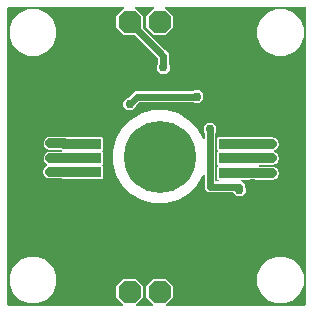
<source format=gbl>
G04 EAGLE Gerber RS-274X export*
G75*
%MOMM*%
%FSLAX34Y34*%
%LPD*%
%INBottom Copper*%
%IPPOS*%
%AMOC8*
5,1,8,0,0,1.08239X$1,22.5*%
G01*
%ADD10C,6.096000*%
%ADD11R,2.540000X0.889000*%
%ADD12P,2.089446X8X22.500000*%
%ADD13C,0.754000*%
%ADD14C,0.812800*%
%ADD15C,0.609600*%

G36*
X101298Y3822D02*
X101298Y3822D01*
X101370Y3824D01*
X101419Y3842D01*
X101470Y3850D01*
X101533Y3884D01*
X101601Y3909D01*
X101641Y3941D01*
X101687Y3966D01*
X101737Y4018D01*
X101793Y4062D01*
X101821Y4106D01*
X101857Y4144D01*
X101887Y4209D01*
X101926Y4269D01*
X101938Y4320D01*
X101960Y4367D01*
X101968Y4438D01*
X101986Y4508D01*
X101982Y4560D01*
X101987Y4611D01*
X101972Y4682D01*
X101967Y4753D01*
X101946Y4801D01*
X101935Y4852D01*
X101898Y4913D01*
X101870Y4979D01*
X101826Y5035D01*
X101809Y5063D01*
X101791Y5078D01*
X101765Y5110D01*
X96011Y10864D01*
X96011Y20124D01*
X102558Y26671D01*
X111818Y26671D01*
X118365Y20124D01*
X118365Y10864D01*
X112611Y5110D01*
X112569Y5052D01*
X112519Y5000D01*
X112497Y4953D01*
X112467Y4911D01*
X112446Y4842D01*
X112416Y4777D01*
X112410Y4725D01*
X112395Y4675D01*
X112396Y4604D01*
X112389Y4533D01*
X112400Y4482D01*
X112401Y4430D01*
X112426Y4362D01*
X112441Y4292D01*
X112468Y4247D01*
X112485Y4199D01*
X112530Y4143D01*
X112567Y4081D01*
X112607Y4047D01*
X112639Y4007D01*
X112699Y3968D01*
X112754Y3921D01*
X112802Y3902D01*
X112846Y3874D01*
X112916Y3856D01*
X112982Y3829D01*
X113053Y3821D01*
X113085Y3813D01*
X113108Y3815D01*
X113149Y3811D01*
X126627Y3811D01*
X126698Y3822D01*
X126770Y3824D01*
X126819Y3842D01*
X126870Y3850D01*
X126933Y3884D01*
X127001Y3909D01*
X127041Y3941D01*
X127087Y3966D01*
X127137Y4018D01*
X127193Y4062D01*
X127221Y4106D01*
X127257Y4144D01*
X127287Y4209D01*
X127326Y4269D01*
X127338Y4320D01*
X127360Y4367D01*
X127368Y4438D01*
X127386Y4508D01*
X127382Y4560D01*
X127387Y4611D01*
X127372Y4682D01*
X127367Y4753D01*
X127346Y4801D01*
X127335Y4852D01*
X127298Y4913D01*
X127270Y4979D01*
X127226Y5035D01*
X127209Y5063D01*
X127191Y5078D01*
X127165Y5110D01*
X121411Y10864D01*
X121411Y20124D01*
X127958Y26671D01*
X137218Y26671D01*
X143765Y20124D01*
X143765Y10864D01*
X138011Y5110D01*
X137969Y5052D01*
X137919Y5000D01*
X137897Y4953D01*
X137867Y4911D01*
X137846Y4842D01*
X137816Y4777D01*
X137810Y4725D01*
X137795Y4675D01*
X137796Y4604D01*
X137789Y4533D01*
X137800Y4482D01*
X137801Y4430D01*
X137826Y4362D01*
X137841Y4292D01*
X137868Y4247D01*
X137885Y4199D01*
X137930Y4143D01*
X137967Y4081D01*
X138007Y4047D01*
X138039Y4007D01*
X138099Y3968D01*
X138154Y3921D01*
X138202Y3902D01*
X138246Y3874D01*
X138316Y3856D01*
X138382Y3829D01*
X138453Y3821D01*
X138485Y3813D01*
X138508Y3815D01*
X138549Y3811D01*
X255778Y3811D01*
X255798Y3814D01*
X255817Y3812D01*
X255919Y3834D01*
X256021Y3850D01*
X256038Y3860D01*
X256058Y3864D01*
X256147Y3917D01*
X256238Y3966D01*
X256252Y3980D01*
X256269Y3990D01*
X256336Y4069D01*
X256408Y4144D01*
X256416Y4162D01*
X256429Y4177D01*
X256468Y4273D01*
X256511Y4367D01*
X256513Y4387D01*
X256521Y4405D01*
X256539Y4572D01*
X256539Y255778D01*
X256536Y255798D01*
X256538Y255817D01*
X256516Y255919D01*
X256500Y256021D01*
X256490Y256038D01*
X256486Y256058D01*
X256433Y256147D01*
X256384Y256238D01*
X256370Y256252D01*
X256360Y256269D01*
X256281Y256336D01*
X256206Y256408D01*
X256188Y256416D01*
X256173Y256429D01*
X256077Y256468D01*
X255983Y256511D01*
X255963Y256513D01*
X255945Y256521D01*
X255778Y256539D01*
X137787Y256539D01*
X137716Y256528D01*
X137644Y256526D01*
X137595Y256508D01*
X137544Y256500D01*
X137481Y256466D01*
X137413Y256441D01*
X137373Y256409D01*
X137327Y256384D01*
X137277Y256332D01*
X137221Y256288D01*
X137193Y256244D01*
X137157Y256206D01*
X137127Y256141D01*
X137088Y256081D01*
X137076Y256030D01*
X137054Y255983D01*
X137046Y255912D01*
X137028Y255842D01*
X137032Y255790D01*
X137027Y255739D01*
X137042Y255668D01*
X137047Y255597D01*
X137068Y255549D01*
X137079Y255498D01*
X137116Y255436D01*
X137144Y255371D01*
X137188Y255315D01*
X137205Y255287D01*
X137223Y255272D01*
X137249Y255240D01*
X143765Y248724D01*
X143765Y239464D01*
X137218Y232917D01*
X127958Y232917D01*
X121411Y239464D01*
X121411Y248724D01*
X127927Y255240D01*
X127969Y255298D01*
X128019Y255350D01*
X128041Y255397D01*
X128071Y255439D01*
X128092Y255508D01*
X128122Y255573D01*
X128128Y255625D01*
X128143Y255675D01*
X128142Y255746D01*
X128149Y255817D01*
X128138Y255868D01*
X128137Y255920D01*
X128112Y255988D01*
X128097Y256058D01*
X128070Y256103D01*
X128053Y256151D01*
X128008Y256207D01*
X127971Y256269D01*
X127931Y256303D01*
X127899Y256343D01*
X127839Y256382D01*
X127784Y256429D01*
X127736Y256448D01*
X127692Y256476D01*
X127622Y256494D01*
X127556Y256521D01*
X127485Y256529D01*
X127453Y256537D01*
X127430Y256535D01*
X127389Y256539D01*
X112387Y256539D01*
X112316Y256528D01*
X112244Y256526D01*
X112195Y256508D01*
X112144Y256500D01*
X112081Y256466D01*
X112013Y256441D01*
X111973Y256409D01*
X111927Y256384D01*
X111877Y256332D01*
X111821Y256288D01*
X111793Y256244D01*
X111757Y256206D01*
X111727Y256141D01*
X111688Y256081D01*
X111676Y256030D01*
X111654Y255983D01*
X111646Y255912D01*
X111628Y255842D01*
X111632Y255790D01*
X111627Y255739D01*
X111642Y255668D01*
X111647Y255597D01*
X111668Y255549D01*
X111679Y255498D01*
X111716Y255436D01*
X111744Y255371D01*
X111788Y255315D01*
X111805Y255287D01*
X111823Y255272D01*
X111849Y255240D01*
X118365Y248724D01*
X118365Y239699D01*
X118379Y239609D01*
X118387Y239518D01*
X118399Y239489D01*
X118404Y239457D01*
X118447Y239376D01*
X118483Y239292D01*
X118509Y239260D01*
X118520Y239239D01*
X118543Y239217D01*
X118588Y239161D01*
X137561Y220188D01*
X140463Y217286D01*
X140463Y208716D01*
X140477Y208626D01*
X140485Y208535D01*
X140497Y208506D01*
X140502Y208474D01*
X140545Y208393D01*
X140581Y208309D01*
X140607Y208277D01*
X140618Y208256D01*
X140641Y208234D01*
X140686Y208178D01*
X141185Y207679D01*
X141185Y203293D01*
X138083Y200191D01*
X133697Y200191D01*
X130595Y203293D01*
X130595Y207679D01*
X131094Y208178D01*
X131147Y208252D01*
X131207Y208322D01*
X131219Y208352D01*
X131238Y208378D01*
X131265Y208465D01*
X131299Y208550D01*
X131303Y208591D01*
X131310Y208613D01*
X131309Y208645D01*
X131317Y208716D01*
X131317Y213183D01*
X131316Y213191D01*
X131316Y213194D01*
X131313Y213209D01*
X131303Y213273D01*
X131295Y213364D01*
X131283Y213393D01*
X131278Y213425D01*
X131235Y213506D01*
X131199Y213590D01*
X131173Y213622D01*
X131162Y213643D01*
X131139Y213665D01*
X131094Y213721D01*
X112121Y232694D01*
X112047Y232747D01*
X111977Y232807D01*
X111947Y232819D01*
X111921Y232838D01*
X111834Y232865D01*
X111749Y232899D01*
X111708Y232903D01*
X111686Y232910D01*
X111654Y232909D01*
X111583Y232917D01*
X102558Y232917D01*
X96011Y239464D01*
X96011Y248724D01*
X102527Y255240D01*
X102569Y255298D01*
X102619Y255350D01*
X102641Y255397D01*
X102671Y255439D01*
X102692Y255508D01*
X102722Y255573D01*
X102728Y255625D01*
X102743Y255675D01*
X102742Y255746D01*
X102749Y255817D01*
X102738Y255868D01*
X102737Y255920D01*
X102712Y255988D01*
X102697Y256058D01*
X102670Y256103D01*
X102653Y256151D01*
X102608Y256207D01*
X102571Y256269D01*
X102531Y256303D01*
X102499Y256343D01*
X102439Y256382D01*
X102384Y256429D01*
X102336Y256448D01*
X102292Y256476D01*
X102222Y256494D01*
X102156Y256521D01*
X102085Y256529D01*
X102053Y256537D01*
X102030Y256535D01*
X101989Y256539D01*
X4572Y256539D01*
X4552Y256536D01*
X4533Y256538D01*
X4431Y256516D01*
X4329Y256500D01*
X4312Y256490D01*
X4292Y256486D01*
X4203Y256433D01*
X4112Y256384D01*
X4098Y256370D01*
X4081Y256360D01*
X4014Y256281D01*
X3942Y256206D01*
X3934Y256188D01*
X3921Y256173D01*
X3882Y256077D01*
X3839Y255983D01*
X3837Y255963D01*
X3829Y255945D01*
X3811Y255778D01*
X3811Y4572D01*
X3814Y4552D01*
X3812Y4533D01*
X3834Y4431D01*
X3850Y4329D01*
X3860Y4312D01*
X3864Y4292D01*
X3917Y4203D01*
X3966Y4112D01*
X3980Y4098D01*
X3990Y4081D01*
X4069Y4014D01*
X4144Y3942D01*
X4162Y3934D01*
X4177Y3921D01*
X4273Y3882D01*
X4367Y3839D01*
X4387Y3837D01*
X4405Y3829D01*
X4572Y3811D01*
X101227Y3811D01*
X101298Y3822D01*
G37*
%LPC*%
G36*
X127405Y90423D02*
X127405Y90423D01*
X117391Y93106D01*
X108414Y98290D01*
X101084Y105620D01*
X95900Y114597D01*
X93217Y124611D01*
X93217Y134977D01*
X95900Y144991D01*
X101084Y153968D01*
X108414Y161298D01*
X117391Y166482D01*
X127405Y169165D01*
X137771Y169165D01*
X147785Y166482D01*
X156762Y161298D01*
X164092Y153968D01*
X169267Y145006D01*
X169297Y144969D01*
X169320Y144926D01*
X169375Y144874D01*
X169423Y144816D01*
X169463Y144790D01*
X169498Y144757D01*
X169567Y144725D01*
X169631Y144685D01*
X169678Y144674D01*
X169721Y144653D01*
X169796Y144645D01*
X169870Y144627D01*
X169918Y144632D01*
X169965Y144626D01*
X170040Y144642D01*
X170115Y144649D01*
X170159Y144668D01*
X170206Y144679D01*
X170271Y144717D01*
X170340Y144748D01*
X170376Y144780D01*
X170417Y144805D01*
X170466Y144862D01*
X170522Y144913D01*
X170546Y144955D01*
X170577Y144992D01*
X170605Y145062D01*
X170642Y145128D01*
X170651Y145175D01*
X170669Y145220D01*
X170683Y145348D01*
X170687Y145370D01*
X170686Y145377D01*
X170687Y145387D01*
X170687Y149678D01*
X170673Y149768D01*
X170665Y149859D01*
X170653Y149888D01*
X170648Y149920D01*
X170605Y150001D01*
X170569Y150085D01*
X170543Y150117D01*
X170532Y150138D01*
X170509Y150160D01*
X170464Y150216D01*
X169965Y150715D01*
X169965Y155101D01*
X173067Y158203D01*
X177453Y158203D01*
X180555Y155101D01*
X180555Y150715D01*
X180056Y150216D01*
X180003Y150142D01*
X179943Y150072D01*
X179931Y150042D01*
X179912Y150016D01*
X179885Y149929D01*
X179851Y149844D01*
X179847Y149803D01*
X179840Y149781D01*
X179841Y149749D01*
X179833Y149678D01*
X179833Y109854D01*
X179836Y109834D01*
X179834Y109815D01*
X179856Y109713D01*
X179872Y109611D01*
X179882Y109594D01*
X179886Y109574D01*
X179939Y109485D01*
X179988Y109394D01*
X180002Y109380D01*
X180012Y109363D01*
X180091Y109296D01*
X180166Y109225D01*
X180184Y109216D01*
X180199Y109203D01*
X180295Y109164D01*
X180389Y109121D01*
X180409Y109119D01*
X180427Y109111D01*
X180594Y109093D01*
X181934Y109093D01*
X182005Y109104D01*
X182076Y109106D01*
X182125Y109124D01*
X182177Y109133D01*
X182240Y109166D01*
X182307Y109191D01*
X182348Y109223D01*
X182394Y109248D01*
X182444Y109300D01*
X182500Y109344D01*
X182528Y109388D01*
X182564Y109426D01*
X182594Y109491D01*
X182633Y109551D01*
X182645Y109602D01*
X182667Y109649D01*
X182675Y109720D01*
X182693Y109790D01*
X182689Y109842D01*
X182694Y109894D01*
X182679Y109964D01*
X182673Y110035D01*
X182653Y110083D01*
X182642Y110134D01*
X182605Y110196D01*
X182577Y110261D01*
X182532Y110317D01*
X182516Y110345D01*
X182498Y110360D01*
X182472Y110392D01*
X181609Y111255D01*
X181609Y121409D01*
X182090Y121890D01*
X182102Y121906D01*
X182118Y121918D01*
X182174Y122005D01*
X182234Y122089D01*
X182240Y122108D01*
X182251Y122125D01*
X182276Y122226D01*
X182306Y122325D01*
X182306Y122344D01*
X182311Y122364D01*
X182303Y122467D01*
X182300Y122570D01*
X182293Y122589D01*
X182292Y122609D01*
X182251Y122704D01*
X182216Y122801D01*
X182203Y122817D01*
X182195Y122835D01*
X182090Y122966D01*
X181355Y123701D01*
X181355Y133855D01*
X181709Y134209D01*
X181721Y134225D01*
X181737Y134237D01*
X181765Y134281D01*
X181799Y134318D01*
X181821Y134364D01*
X181853Y134408D01*
X181859Y134427D01*
X181870Y134444D01*
X181883Y134498D01*
X181903Y134541D01*
X181908Y134588D01*
X181925Y134644D01*
X181925Y134663D01*
X181930Y134683D01*
X181925Y134741D01*
X181930Y134785D01*
X181921Y134829D01*
X181919Y134889D01*
X181912Y134908D01*
X181911Y134928D01*
X181887Y134983D01*
X181878Y135026D01*
X181856Y135063D01*
X181835Y135120D01*
X181822Y135136D01*
X181814Y135154D01*
X181762Y135220D01*
X181752Y135237D01*
X181741Y135246D01*
X181709Y135285D01*
X181355Y135639D01*
X181355Y145793D01*
X182248Y146686D01*
X208912Y146686D01*
X209070Y146528D01*
X209144Y146475D01*
X209213Y146415D01*
X209243Y146403D01*
X209269Y146384D01*
X209356Y146357D01*
X209441Y146323D01*
X209482Y146319D01*
X209504Y146312D01*
X209537Y146313D01*
X209608Y146305D01*
X228950Y146305D01*
X229520Y146069D01*
X229583Y146054D01*
X229644Y146029D01*
X229727Y146020D01*
X229759Y146013D01*
X229778Y146014D01*
X229811Y146011D01*
X230031Y146011D01*
X230187Y145855D01*
X230240Y145817D01*
X230287Y145771D01*
X230360Y145731D01*
X230387Y145711D01*
X230405Y145706D01*
X230434Y145690D01*
X231004Y145454D01*
X232576Y143882D01*
X232812Y143312D01*
X232847Y143256D01*
X232872Y143196D01*
X232924Y143131D01*
X232942Y143103D01*
X232957Y143090D01*
X232977Y143065D01*
X233133Y142909D01*
X233133Y142689D01*
X233143Y142624D01*
X233144Y142559D01*
X233167Y142479D01*
X233172Y142446D01*
X233182Y142429D01*
X233191Y142398D01*
X233427Y141828D01*
X233427Y139604D01*
X233191Y139034D01*
X233176Y138971D01*
X233151Y138910D01*
X233142Y138827D01*
X233135Y138795D01*
X233136Y138776D01*
X233133Y138743D01*
X233133Y138523D01*
X232977Y138367D01*
X232939Y138314D01*
X232893Y138267D01*
X232853Y138194D01*
X232833Y138167D01*
X232828Y138149D01*
X232812Y138120D01*
X232576Y137550D01*
X231004Y135978D01*
X230434Y135742D01*
X230378Y135707D01*
X230318Y135682D01*
X230253Y135630D01*
X230225Y135612D01*
X230212Y135597D01*
X230187Y135577D01*
X230031Y135421D01*
X229811Y135421D01*
X229746Y135411D01*
X229681Y135410D01*
X229601Y135387D01*
X229568Y135382D01*
X229551Y135372D01*
X229520Y135363D01*
X229423Y135323D01*
X229362Y135285D01*
X229296Y135256D01*
X229258Y135221D01*
X229214Y135194D01*
X229168Y135138D01*
X229115Y135090D01*
X229090Y135044D01*
X229057Y135004D01*
X229031Y134937D01*
X228997Y134874D01*
X228988Y134823D01*
X228969Y134775D01*
X228966Y134703D01*
X228953Y134632D01*
X228961Y134581D01*
X228958Y134529D01*
X228979Y134460D01*
X228989Y134389D01*
X229013Y134343D01*
X229027Y134293D01*
X229068Y134234D01*
X229100Y134170D01*
X229138Y134133D01*
X229167Y134091D01*
X229225Y134048D01*
X229276Y133997D01*
X229339Y133963D01*
X229365Y133944D01*
X229387Y133937D01*
X229423Y133917D01*
X229520Y133877D01*
X229583Y133862D01*
X229644Y133837D01*
X229727Y133828D01*
X229759Y133820D01*
X229779Y133822D01*
X229811Y133819D01*
X230031Y133819D01*
X230187Y133663D01*
X230240Y133625D01*
X230287Y133579D01*
X230360Y133539D01*
X230387Y133519D01*
X230405Y133514D01*
X230434Y133498D01*
X231004Y133262D01*
X232576Y131690D01*
X232812Y131120D01*
X232847Y131064D01*
X232872Y131004D01*
X232924Y130939D01*
X232942Y130911D01*
X232957Y130898D01*
X232977Y130873D01*
X233133Y130717D01*
X233133Y130497D01*
X233143Y130432D01*
X233144Y130367D01*
X233167Y130287D01*
X233172Y130254D01*
X233182Y130237D01*
X233191Y130206D01*
X233427Y129636D01*
X233427Y127412D01*
X233191Y126842D01*
X233176Y126779D01*
X233151Y126718D01*
X233142Y126635D01*
X233135Y126603D01*
X233136Y126584D01*
X233133Y126551D01*
X233133Y126331D01*
X232977Y126175D01*
X232939Y126122D01*
X232893Y126075D01*
X232853Y126002D01*
X232833Y125975D01*
X232828Y125957D01*
X232812Y125928D01*
X232576Y125358D01*
X231004Y123786D01*
X230434Y123550D01*
X230378Y123515D01*
X230318Y123490D01*
X230253Y123438D01*
X230225Y123420D01*
X230212Y123405D01*
X230187Y123385D01*
X230031Y123229D01*
X229811Y123229D01*
X229746Y123219D01*
X229681Y123218D01*
X229601Y123195D01*
X229568Y123190D01*
X229551Y123180D01*
X229520Y123171D01*
X228950Y122935D01*
X217119Y122935D01*
X217118Y122935D01*
X217117Y122935D01*
X216993Y122914D01*
X216877Y122896D01*
X216876Y122895D01*
X216875Y122895D01*
X216763Y122835D01*
X216659Y122780D01*
X216658Y122779D01*
X216569Y122686D01*
X216490Y122602D01*
X216489Y122601D01*
X216489Y122600D01*
X216438Y122490D01*
X216386Y122379D01*
X216386Y122378D01*
X216386Y122377D01*
X216372Y122253D01*
X216359Y122135D01*
X216359Y122134D01*
X216359Y122132D01*
X216386Y122009D01*
X216411Y121894D01*
X216412Y121893D01*
X216412Y121892D01*
X216476Y121786D01*
X216538Y121683D01*
X216538Y121682D01*
X216539Y121681D01*
X216635Y121599D01*
X216725Y121523D01*
X216726Y121523D01*
X216726Y121522D01*
X216879Y121452D01*
X216917Y121446D01*
X216953Y121431D01*
X217120Y121413D01*
X228950Y121413D01*
X229520Y121177D01*
X229583Y121162D01*
X229644Y121137D01*
X229727Y121128D01*
X229759Y121121D01*
X229778Y121122D01*
X229811Y121119D01*
X230031Y121119D01*
X230187Y120963D01*
X230240Y120925D01*
X230287Y120879D01*
X230360Y120839D01*
X230387Y120819D01*
X230405Y120814D01*
X230434Y120798D01*
X231004Y120562D01*
X232576Y118990D01*
X232812Y118420D01*
X232847Y118364D01*
X232872Y118304D01*
X232924Y118239D01*
X232942Y118211D01*
X232957Y118198D01*
X232977Y118173D01*
X233133Y118017D01*
X233133Y117797D01*
X233143Y117732D01*
X233144Y117667D01*
X233167Y117587D01*
X233172Y117554D01*
X233182Y117537D01*
X233191Y117506D01*
X233427Y116936D01*
X233427Y114712D01*
X233191Y114142D01*
X233176Y114079D01*
X233151Y114018D01*
X233142Y113935D01*
X233135Y113903D01*
X233136Y113884D01*
X233133Y113851D01*
X233133Y113631D01*
X232977Y113475D01*
X232939Y113422D01*
X232893Y113375D01*
X232853Y113302D01*
X232833Y113275D01*
X232828Y113257D01*
X232812Y113228D01*
X232576Y112658D01*
X231004Y111086D01*
X230434Y110850D01*
X230378Y110815D01*
X230318Y110790D01*
X230253Y110738D01*
X230225Y110720D01*
X230212Y110705D01*
X230187Y110685D01*
X230031Y110529D01*
X229811Y110529D01*
X229746Y110519D01*
X229681Y110518D01*
X229601Y110495D01*
X229568Y110490D01*
X229551Y110480D01*
X229520Y110471D01*
X228950Y110235D01*
X214026Y110235D01*
X213456Y110471D01*
X213393Y110486D01*
X213332Y110511D01*
X213249Y110520D01*
X213217Y110527D01*
X213198Y110526D01*
X213165Y110529D01*
X212941Y110529D01*
X212880Y110573D01*
X212810Y110633D01*
X212780Y110645D01*
X212754Y110664D01*
X212667Y110691D01*
X212582Y110725D01*
X212541Y110729D01*
X212519Y110736D01*
X212487Y110735D01*
X212416Y110743D01*
X209862Y110743D01*
X209772Y110729D01*
X209681Y110721D01*
X209651Y110709D01*
X209619Y110704D01*
X209539Y110661D01*
X209455Y110625D01*
X209422Y110599D01*
X209402Y110588D01*
X209380Y110565D01*
X209324Y110520D01*
X209166Y110362D01*
X202574Y110362D01*
X202504Y110351D01*
X202432Y110349D01*
X202383Y110331D01*
X202332Y110323D01*
X202268Y110289D01*
X202201Y110264D01*
X202160Y110232D01*
X202114Y110207D01*
X202065Y110155D01*
X202009Y110111D01*
X201981Y110067D01*
X201945Y110029D01*
X201915Y109964D01*
X201876Y109904D01*
X201863Y109853D01*
X201841Y109806D01*
X201833Y109735D01*
X201816Y109665D01*
X201820Y109613D01*
X201814Y109562D01*
X201830Y109491D01*
X201835Y109420D01*
X201855Y109372D01*
X201867Y109321D01*
X201903Y109260D01*
X201931Y109194D01*
X201976Y109138D01*
X201993Y109110D01*
X202010Y109095D01*
X202036Y109063D01*
X204685Y106414D01*
X204685Y104703D01*
X204699Y104613D01*
X204707Y104522D01*
X204719Y104492D01*
X204724Y104460D01*
X204767Y104379D01*
X204803Y104295D01*
X204829Y104263D01*
X204840Y104242D01*
X204863Y104220D01*
X204908Y104164D01*
X205407Y103665D01*
X205407Y99279D01*
X202305Y96177D01*
X197919Y96177D01*
X194801Y99295D01*
X194794Y99327D01*
X194778Y99429D01*
X194768Y99446D01*
X194764Y99466D01*
X194711Y99555D01*
X194662Y99646D01*
X194648Y99660D01*
X194638Y99677D01*
X194559Y99744D01*
X194484Y99816D01*
X194466Y99824D01*
X194451Y99837D01*
X194355Y99876D01*
X194261Y99919D01*
X194241Y99921D01*
X194223Y99929D01*
X194056Y99947D01*
X173366Y99947D01*
X170687Y102626D01*
X170687Y114201D01*
X170685Y114217D01*
X170686Y114231D01*
X170680Y114260D01*
X170681Y114297D01*
X170660Y114369D01*
X170648Y114444D01*
X170635Y114468D01*
X170634Y114472D01*
X170625Y114487D01*
X170611Y114533D01*
X170568Y114595D01*
X170532Y114662D01*
X170498Y114695D01*
X170470Y114734D01*
X170409Y114779D01*
X170354Y114831D01*
X170311Y114851D01*
X170272Y114880D01*
X170200Y114903D01*
X170131Y114935D01*
X170083Y114940D01*
X170038Y114954D01*
X169962Y114953D01*
X169887Y114962D01*
X169840Y114951D01*
X169792Y114951D01*
X169720Y114926D01*
X169646Y114909D01*
X169605Y114885D01*
X169560Y114869D01*
X169500Y114822D01*
X169461Y114799D01*
X169460Y114798D01*
X169435Y114783D01*
X169404Y114747D01*
X169366Y114717D01*
X169307Y114637D01*
X169291Y114620D01*
X169286Y114609D01*
X169275Y114596D01*
X169273Y114590D01*
X169267Y114582D01*
X164092Y105620D01*
X156762Y98290D01*
X147785Y93106D01*
X137771Y90423D01*
X127405Y90423D01*
G37*
%LPD*%
%LPC*%
G36*
X56772Y110616D02*
X56772Y110616D01*
X56614Y110774D01*
X56540Y110827D01*
X56471Y110887D01*
X56441Y110899D01*
X56415Y110918D01*
X56328Y110945D01*
X56243Y110979D01*
X56202Y110983D01*
X56180Y110990D01*
X56147Y110989D01*
X56076Y110997D01*
X50704Y110997D01*
X49618Y111447D01*
X49554Y111462D01*
X49493Y111487D01*
X49410Y111496D01*
X49378Y111503D01*
X49359Y111502D01*
X49326Y111505D01*
X38766Y111505D01*
X38196Y111741D01*
X38133Y111756D01*
X38072Y111781D01*
X37989Y111790D01*
X37957Y111797D01*
X37938Y111796D01*
X37905Y111799D01*
X37685Y111799D01*
X37529Y111955D01*
X37476Y111993D01*
X37429Y112039D01*
X37356Y112079D01*
X37329Y112099D01*
X37311Y112104D01*
X37282Y112120D01*
X36712Y112356D01*
X35140Y113928D01*
X34904Y114498D01*
X34870Y114554D01*
X34844Y114614D01*
X34792Y114679D01*
X34774Y114707D01*
X34759Y114720D01*
X34739Y114745D01*
X34583Y114901D01*
X34583Y115121D01*
X34573Y115186D01*
X34572Y115251D01*
X34549Y115331D01*
X34544Y115364D01*
X34534Y115381D01*
X34525Y115412D01*
X34289Y115982D01*
X34289Y118206D01*
X34525Y118776D01*
X34540Y118839D01*
X34565Y118900D01*
X34574Y118983D01*
X34581Y119015D01*
X34580Y119034D01*
X34583Y119067D01*
X34583Y119287D01*
X34739Y119443D01*
X34777Y119496D01*
X34823Y119543D01*
X34863Y119616D01*
X34883Y119643D01*
X34888Y119661D01*
X34904Y119690D01*
X35140Y120260D01*
X36712Y121832D01*
X37282Y122068D01*
X37338Y122103D01*
X37398Y122128D01*
X37463Y122180D01*
X37491Y122198D01*
X37504Y122213D01*
X37529Y122233D01*
X37567Y122271D01*
X37579Y122287D01*
X37594Y122299D01*
X37650Y122387D01*
X37711Y122471D01*
X37716Y122490D01*
X37727Y122506D01*
X37752Y122607D01*
X37783Y122706D01*
X37782Y122726D01*
X37787Y122745D01*
X37779Y122848D01*
X37776Y122952D01*
X37769Y122970D01*
X37768Y122990D01*
X37727Y123085D01*
X37692Y123183D01*
X37679Y123198D01*
X37672Y123216D01*
X37567Y123347D01*
X37349Y123565D01*
X37296Y123603D01*
X37249Y123649D01*
X37176Y123689D01*
X37150Y123708D01*
X37131Y123714D01*
X37103Y123730D01*
X36966Y123786D01*
X35394Y125358D01*
X35338Y125495D01*
X35303Y125550D01*
X35277Y125611D01*
X35225Y125675D01*
X35208Y125704D01*
X35193Y125716D01*
X35173Y125741D01*
X34583Y126331D01*
X34583Y127164D01*
X34582Y127171D01*
X34582Y127173D01*
X34581Y127179D01*
X34573Y127229D01*
X34572Y127295D01*
X34549Y127374D01*
X34544Y127407D01*
X34543Y127408D01*
X34543Y129664D01*
X34565Y129717D01*
X34574Y129800D01*
X34581Y129832D01*
X34580Y129851D01*
X34583Y129884D01*
X34583Y130717D01*
X35173Y131307D01*
X35211Y131360D01*
X35257Y131407D01*
X35297Y131480D01*
X35316Y131506D01*
X35322Y131525D01*
X35338Y131553D01*
X35394Y131690D01*
X36966Y133262D01*
X37103Y133318D01*
X37158Y133353D01*
X37219Y133379D01*
X37283Y133431D01*
X37312Y133448D01*
X37324Y133463D01*
X37349Y133483D01*
X37685Y133819D01*
X38159Y133819D01*
X38224Y133829D01*
X38289Y133830D01*
X38369Y133853D01*
X38402Y133858D01*
X38419Y133868D01*
X38450Y133877D01*
X39020Y134113D01*
X49327Y134113D01*
X49357Y134118D01*
X49387Y134115D01*
X49478Y134137D01*
X49569Y134152D01*
X49596Y134167D01*
X49626Y134174D01*
X49705Y134224D01*
X49787Y134268D01*
X49808Y134290D01*
X49833Y134306D01*
X49892Y134379D01*
X49956Y134446D01*
X49969Y134474D01*
X49988Y134497D01*
X50021Y134585D01*
X50060Y134669D01*
X50063Y134699D01*
X50074Y134728D01*
X50077Y134821D01*
X50087Y134913D01*
X50080Y134943D01*
X50081Y134974D01*
X50054Y135063D01*
X50035Y135154D01*
X50019Y135180D01*
X50010Y135209D01*
X49956Y135285D01*
X49908Y135365D01*
X49885Y135385D01*
X49868Y135410D01*
X49792Y135464D01*
X49721Y135525D01*
X49693Y135536D01*
X49669Y135554D01*
X49511Y135613D01*
X49502Y135613D01*
X49493Y135617D01*
X49326Y135635D01*
X39020Y135635D01*
X38450Y135871D01*
X38387Y135886D01*
X38326Y135911D01*
X38243Y135920D01*
X38211Y135927D01*
X38192Y135926D01*
X38159Y135929D01*
X37685Y135929D01*
X37349Y136265D01*
X37296Y136303D01*
X37249Y136349D01*
X37176Y136389D01*
X37150Y136408D01*
X37131Y136414D01*
X37103Y136430D01*
X36966Y136486D01*
X35394Y138058D01*
X35338Y138195D01*
X35303Y138250D01*
X35277Y138311D01*
X35225Y138375D01*
X35208Y138404D01*
X35193Y138416D01*
X35173Y138441D01*
X34583Y139031D01*
X34583Y139864D01*
X34573Y139929D01*
X34572Y139995D01*
X34549Y140074D01*
X34544Y140107D01*
X34543Y140108D01*
X34543Y142364D01*
X34565Y142417D01*
X34574Y142500D01*
X34581Y142532D01*
X34580Y142551D01*
X34583Y142584D01*
X34583Y143417D01*
X35173Y144007D01*
X35211Y144060D01*
X35257Y144107D01*
X35297Y144180D01*
X35316Y144206D01*
X35322Y144225D01*
X35338Y144253D01*
X35394Y144390D01*
X36966Y145962D01*
X37103Y146018D01*
X37158Y146053D01*
X37219Y146079D01*
X37283Y146131D01*
X37312Y146148D01*
X37324Y146163D01*
X37349Y146183D01*
X37685Y146519D01*
X38159Y146519D01*
X38224Y146529D01*
X38289Y146530D01*
X38369Y146553D01*
X38402Y146558D01*
X38419Y146568D01*
X38450Y146577D01*
X39020Y146813D01*
X52420Y146813D01*
X52990Y146577D01*
X53053Y146562D01*
X53114Y146537D01*
X53197Y146528D01*
X53229Y146521D01*
X53248Y146522D01*
X53281Y146519D01*
X53505Y146519D01*
X53566Y146475D01*
X53636Y146415D01*
X53666Y146403D01*
X53692Y146384D01*
X53779Y146357D01*
X53864Y146323D01*
X53905Y146319D01*
X53927Y146312D01*
X53959Y146313D01*
X54030Y146305D01*
X56330Y146305D01*
X56420Y146319D01*
X56511Y146327D01*
X56541Y146339D01*
X56573Y146344D01*
X56654Y146387D01*
X56737Y146423D01*
X56770Y146449D01*
X56790Y146460D01*
X56812Y146483D01*
X56868Y146528D01*
X57026Y146686D01*
X83690Y146686D01*
X84583Y145793D01*
X84583Y135639D01*
X83975Y135031D01*
X83963Y135015D01*
X83947Y135003D01*
X83891Y134916D01*
X83831Y134832D01*
X83825Y134813D01*
X83814Y134796D01*
X83789Y134695D01*
X83759Y134596D01*
X83759Y134577D01*
X83754Y134557D01*
X83762Y134454D01*
X83765Y134351D01*
X83772Y134332D01*
X83773Y134312D01*
X83814Y134217D01*
X83849Y134120D01*
X83862Y134104D01*
X83870Y134086D01*
X83975Y133955D01*
X84329Y133601D01*
X84329Y123447D01*
X83975Y123093D01*
X83963Y123077D01*
X83947Y123065D01*
X83918Y123019D01*
X83894Y122994D01*
X83878Y122958D01*
X83831Y122894D01*
X83825Y122875D01*
X83814Y122858D01*
X83795Y122780D01*
X83790Y122771D01*
X83789Y122757D01*
X83759Y122658D01*
X83759Y122639D01*
X83754Y122619D01*
X83762Y122516D01*
X83765Y122413D01*
X83772Y122394D01*
X83773Y122374D01*
X83814Y122279D01*
X83849Y122182D01*
X83862Y122166D01*
X83870Y122148D01*
X83975Y122017D01*
X84329Y121663D01*
X84329Y111509D01*
X83436Y110616D01*
X56772Y110616D01*
G37*
%LPD*%
%LPC*%
G36*
X231034Y215264D02*
X231034Y215264D01*
X223799Y218261D01*
X218261Y223799D01*
X215264Y231034D01*
X215264Y238866D01*
X218261Y246101D01*
X223799Y251639D01*
X231034Y254636D01*
X238866Y254636D01*
X246101Y251639D01*
X251639Y246101D01*
X254636Y238866D01*
X254636Y231034D01*
X251639Y223799D01*
X246101Y218261D01*
X238866Y215264D01*
X231034Y215264D01*
G37*
%LPD*%
%LPC*%
G36*
X21484Y215264D02*
X21484Y215264D01*
X14249Y218261D01*
X8711Y223799D01*
X5714Y231034D01*
X5714Y238866D01*
X8711Y246101D01*
X14249Y251639D01*
X21484Y254636D01*
X29316Y254636D01*
X36551Y251639D01*
X42089Y246101D01*
X45086Y238866D01*
X45086Y231034D01*
X42089Y223799D01*
X36551Y218261D01*
X29316Y215264D01*
X21484Y215264D01*
G37*
%LPD*%
%LPC*%
G36*
X231034Y5714D02*
X231034Y5714D01*
X223799Y8711D01*
X218261Y14249D01*
X215264Y21484D01*
X215264Y29316D01*
X218261Y36551D01*
X223799Y42089D01*
X231034Y45086D01*
X238866Y45086D01*
X246101Y42089D01*
X251639Y36551D01*
X254636Y29316D01*
X254636Y21484D01*
X251639Y14249D01*
X246101Y8711D01*
X238866Y5714D01*
X231034Y5714D01*
G37*
%LPD*%
%LPC*%
G36*
X21484Y5714D02*
X21484Y5714D01*
X14249Y8711D01*
X8711Y14249D01*
X5714Y21484D01*
X5714Y29316D01*
X8711Y36551D01*
X14249Y42089D01*
X21484Y45086D01*
X29316Y45086D01*
X36551Y42089D01*
X42089Y36551D01*
X45086Y29316D01*
X45086Y21484D01*
X42089Y14249D01*
X36551Y8711D01*
X29316Y5714D01*
X21484Y5714D01*
G37*
%LPD*%
%LPC*%
G36*
X104995Y168949D02*
X104995Y168949D01*
X101893Y172051D01*
X101893Y176437D01*
X104995Y179539D01*
X105701Y179539D01*
X105791Y179553D01*
X105882Y179561D01*
X105911Y179573D01*
X105943Y179578D01*
X106024Y179621D01*
X106108Y179657D01*
X106140Y179683D01*
X106161Y179694D01*
X106183Y179717D01*
X106239Y179762D01*
X111644Y185167D01*
X161108Y185167D01*
X161198Y185181D01*
X161289Y185189D01*
X161318Y185201D01*
X161350Y185206D01*
X161431Y185249D01*
X161515Y185285D01*
X161547Y185311D01*
X161568Y185322D01*
X161590Y185345D01*
X161646Y185390D01*
X162145Y185889D01*
X166531Y185889D01*
X169633Y182787D01*
X169633Y178401D01*
X166531Y175299D01*
X162145Y175299D01*
X161646Y175798D01*
X161572Y175851D01*
X161502Y175911D01*
X161472Y175923D01*
X161446Y175942D01*
X161359Y175969D01*
X161274Y176003D01*
X161233Y176007D01*
X161211Y176014D01*
X161179Y176013D01*
X161108Y176021D01*
X115747Y176021D01*
X115657Y176007D01*
X115566Y175999D01*
X115537Y175987D01*
X115505Y175982D01*
X115424Y175939D01*
X115340Y175903D01*
X115308Y175877D01*
X115287Y175866D01*
X115265Y175843D01*
X115209Y175798D01*
X112706Y173295D01*
X112653Y173221D01*
X112593Y173151D01*
X112581Y173121D01*
X112562Y173095D01*
X112535Y173008D01*
X112501Y172923D01*
X112497Y172882D01*
X112490Y172860D01*
X112491Y172828D01*
X112483Y172757D01*
X112483Y172051D01*
X109381Y168949D01*
X104995Y168949D01*
G37*
%LPD*%
D10*
X132588Y129794D03*
D11*
X70104Y116586D03*
X70104Y128524D03*
X70358Y140716D03*
X195834Y116332D03*
X195580Y128778D03*
X195580Y140716D03*
D12*
X132588Y15494D03*
X107188Y15494D03*
X157988Y15494D03*
X132588Y244094D03*
X107188Y244094D03*
X157988Y244094D03*
D13*
X108204Y91948D03*
X117856Y86614D03*
X88646Y126238D03*
X89662Y116078D03*
X187198Y167386D03*
X187198Y157734D03*
X146304Y82804D03*
X146304Y72898D03*
X200660Y86614D03*
X200660Y77216D03*
X199898Y151384D03*
X213360Y70866D03*
X159004Y66548D03*
X147574Y171704D03*
X178816Y217424D03*
X178816Y204724D03*
X178816Y192024D03*
X215138Y115824D03*
X227838Y115824D03*
D14*
X214630Y116332D02*
X195834Y116332D01*
X214630Y116332D02*
X215138Y115824D01*
X227838Y115824D01*
D13*
X215138Y128524D03*
X227838Y128524D03*
D14*
X214884Y128778D02*
X195580Y128778D01*
X214884Y128778D02*
X215138Y128524D01*
X227838Y128524D01*
D13*
X215138Y140716D03*
X227838Y140716D03*
D14*
X215138Y140716D02*
X195580Y140716D01*
X215138Y140716D02*
X227838Y140716D01*
D13*
X51308Y117094D03*
X39878Y117094D03*
D14*
X51816Y116586D02*
X70104Y116586D01*
X51816Y116586D02*
X51308Y117094D01*
X51054Y117094D02*
X39878Y117094D01*
D15*
X135890Y215392D02*
X107188Y244094D01*
D13*
X135890Y205486D03*
D15*
X135890Y215392D01*
D13*
X51308Y128524D03*
X39878Y128524D03*
D14*
X51308Y128524D02*
X70104Y128524D01*
D13*
X51308Y141224D03*
X39878Y141224D03*
D14*
X51816Y140716D02*
X70358Y140716D01*
X51816Y140716D02*
X51308Y141224D01*
D13*
X107188Y174244D03*
D15*
X113538Y180594D01*
X164338Y180594D01*
D13*
X164338Y180594D03*
X175260Y152908D03*
D15*
X175260Y104520D01*
X200112Y104520D01*
X200112Y101472D01*
D13*
X200112Y101472D03*
D14*
X51054Y141224D02*
X40132Y141224D01*
X40132Y128524D02*
X51308Y128524D01*
M02*

</source>
